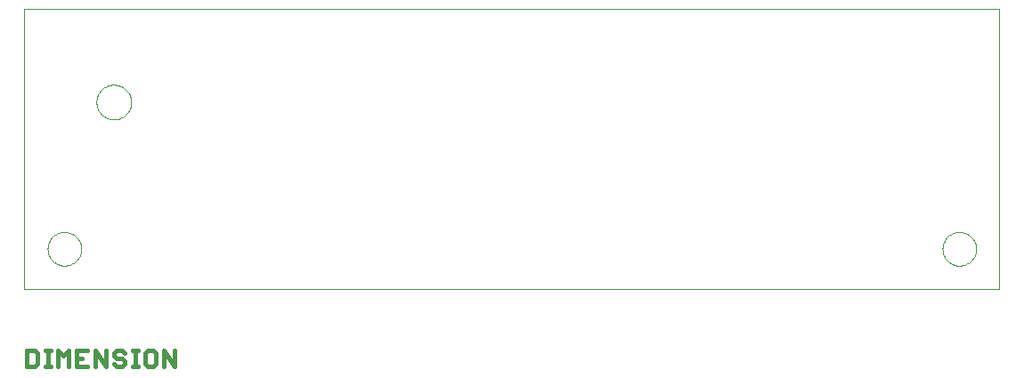
<source format=gbr>
G75*
G70*
%OFA0B0*%
%FSLAX24Y24*%
%IPPOS*%
%LPD*%
%AMOC8*
5,1,8,0,0,1.08239X$1,22.5*
%
%ADD10C,0.0000*%
%ADD11C,0.0160*%
D10*
X002872Y004364D02*
X002872Y014864D01*
X039372Y014864D01*
X039372Y004364D01*
X002872Y004364D01*
X003742Y005864D02*
X003744Y005914D01*
X003750Y005964D01*
X003760Y006013D01*
X003774Y006061D01*
X003791Y006108D01*
X003812Y006153D01*
X003837Y006197D01*
X003865Y006238D01*
X003897Y006277D01*
X003931Y006314D01*
X003968Y006348D01*
X004008Y006378D01*
X004050Y006405D01*
X004094Y006429D01*
X004140Y006450D01*
X004187Y006466D01*
X004235Y006479D01*
X004285Y006488D01*
X004334Y006493D01*
X004385Y006494D01*
X004435Y006491D01*
X004484Y006484D01*
X004533Y006473D01*
X004581Y006458D01*
X004627Y006440D01*
X004672Y006418D01*
X004715Y006392D01*
X004756Y006363D01*
X004795Y006331D01*
X004831Y006296D01*
X004863Y006258D01*
X004893Y006218D01*
X004920Y006175D01*
X004943Y006131D01*
X004962Y006085D01*
X004978Y006037D01*
X004990Y005988D01*
X004998Y005939D01*
X005002Y005889D01*
X005002Y005839D01*
X004998Y005789D01*
X004990Y005740D01*
X004978Y005691D01*
X004962Y005643D01*
X004943Y005597D01*
X004920Y005553D01*
X004893Y005510D01*
X004863Y005470D01*
X004831Y005432D01*
X004795Y005397D01*
X004756Y005365D01*
X004715Y005336D01*
X004672Y005310D01*
X004627Y005288D01*
X004581Y005270D01*
X004533Y005255D01*
X004484Y005244D01*
X004435Y005237D01*
X004385Y005234D01*
X004334Y005235D01*
X004285Y005240D01*
X004235Y005249D01*
X004187Y005262D01*
X004140Y005278D01*
X004094Y005299D01*
X004050Y005323D01*
X004008Y005350D01*
X003968Y005380D01*
X003931Y005414D01*
X003897Y005451D01*
X003865Y005490D01*
X003837Y005531D01*
X003812Y005575D01*
X003791Y005620D01*
X003774Y005667D01*
X003760Y005715D01*
X003750Y005764D01*
X003744Y005814D01*
X003742Y005864D01*
X005572Y011364D02*
X005574Y011414D01*
X005580Y011464D01*
X005590Y011514D01*
X005603Y011562D01*
X005620Y011610D01*
X005641Y011656D01*
X005665Y011700D01*
X005693Y011742D01*
X005724Y011782D01*
X005758Y011819D01*
X005795Y011854D01*
X005834Y011885D01*
X005875Y011914D01*
X005919Y011939D01*
X005965Y011961D01*
X006012Y011979D01*
X006060Y011993D01*
X006109Y012004D01*
X006159Y012011D01*
X006209Y012014D01*
X006260Y012013D01*
X006310Y012008D01*
X006360Y011999D01*
X006408Y011987D01*
X006456Y011970D01*
X006502Y011950D01*
X006547Y011927D01*
X006590Y011900D01*
X006630Y011870D01*
X006668Y011837D01*
X006703Y011801D01*
X006736Y011762D01*
X006765Y011721D01*
X006791Y011678D01*
X006814Y011633D01*
X006833Y011586D01*
X006848Y011538D01*
X006860Y011489D01*
X006868Y011439D01*
X006872Y011389D01*
X006872Y011339D01*
X006868Y011289D01*
X006860Y011239D01*
X006848Y011190D01*
X006833Y011142D01*
X006814Y011095D01*
X006791Y011050D01*
X006765Y011007D01*
X006736Y010966D01*
X006703Y010927D01*
X006668Y010891D01*
X006630Y010858D01*
X006590Y010828D01*
X006547Y010801D01*
X006502Y010778D01*
X006456Y010758D01*
X006408Y010741D01*
X006360Y010729D01*
X006310Y010720D01*
X006260Y010715D01*
X006209Y010714D01*
X006159Y010717D01*
X006109Y010724D01*
X006060Y010735D01*
X006012Y010749D01*
X005965Y010767D01*
X005919Y010789D01*
X005875Y010814D01*
X005834Y010843D01*
X005795Y010874D01*
X005758Y010909D01*
X005724Y010946D01*
X005693Y010986D01*
X005665Y011028D01*
X005641Y011072D01*
X005620Y011118D01*
X005603Y011166D01*
X005590Y011214D01*
X005580Y011264D01*
X005574Y011314D01*
X005572Y011364D01*
X037242Y005864D02*
X037244Y005914D01*
X037250Y005964D01*
X037260Y006013D01*
X037274Y006061D01*
X037291Y006108D01*
X037312Y006153D01*
X037337Y006197D01*
X037365Y006238D01*
X037397Y006277D01*
X037431Y006314D01*
X037468Y006348D01*
X037508Y006378D01*
X037550Y006405D01*
X037594Y006429D01*
X037640Y006450D01*
X037687Y006466D01*
X037735Y006479D01*
X037785Y006488D01*
X037834Y006493D01*
X037885Y006494D01*
X037935Y006491D01*
X037984Y006484D01*
X038033Y006473D01*
X038081Y006458D01*
X038127Y006440D01*
X038172Y006418D01*
X038215Y006392D01*
X038256Y006363D01*
X038295Y006331D01*
X038331Y006296D01*
X038363Y006258D01*
X038393Y006218D01*
X038420Y006175D01*
X038443Y006131D01*
X038462Y006085D01*
X038478Y006037D01*
X038490Y005988D01*
X038498Y005939D01*
X038502Y005889D01*
X038502Y005839D01*
X038498Y005789D01*
X038490Y005740D01*
X038478Y005691D01*
X038462Y005643D01*
X038443Y005597D01*
X038420Y005553D01*
X038393Y005510D01*
X038363Y005470D01*
X038331Y005432D01*
X038295Y005397D01*
X038256Y005365D01*
X038215Y005336D01*
X038172Y005310D01*
X038127Y005288D01*
X038081Y005270D01*
X038033Y005255D01*
X037984Y005244D01*
X037935Y005237D01*
X037885Y005234D01*
X037834Y005235D01*
X037785Y005240D01*
X037735Y005249D01*
X037687Y005262D01*
X037640Y005278D01*
X037594Y005299D01*
X037550Y005323D01*
X037508Y005350D01*
X037468Y005380D01*
X037431Y005414D01*
X037397Y005451D01*
X037365Y005490D01*
X037337Y005531D01*
X037312Y005575D01*
X037291Y005620D01*
X037274Y005667D01*
X037260Y005715D01*
X037250Y005764D01*
X037244Y005814D01*
X037242Y005864D01*
D11*
X003253Y001444D02*
X002952Y001444D01*
X002952Y002045D01*
X003253Y002045D01*
X003353Y001944D01*
X003353Y001544D01*
X003253Y001444D01*
X003652Y001444D02*
X003852Y001444D01*
X003752Y001444D02*
X003752Y002045D01*
X003652Y002045D02*
X003852Y002045D01*
X004119Y002045D02*
X004319Y001844D01*
X004519Y002045D01*
X004519Y001444D01*
X004818Y001444D02*
X005219Y001444D01*
X005518Y001444D02*
X005518Y002045D01*
X005919Y001444D01*
X005919Y002045D01*
X006218Y001944D02*
X006218Y001844D01*
X006318Y001744D01*
X006518Y001744D01*
X006618Y001644D01*
X006618Y001544D01*
X006518Y001444D01*
X006318Y001444D01*
X006218Y001544D01*
X006218Y001944D02*
X006318Y002045D01*
X006518Y002045D01*
X006618Y001944D01*
X006918Y002045D02*
X007118Y002045D01*
X007018Y002045D02*
X007018Y001444D01*
X006918Y001444D02*
X007118Y001444D01*
X007384Y001544D02*
X007484Y001444D01*
X007684Y001444D01*
X007785Y001544D01*
X007785Y001944D01*
X007684Y002045D01*
X007484Y002045D01*
X007384Y001944D01*
X007384Y001544D01*
X008084Y001444D02*
X008084Y002045D01*
X008484Y001444D01*
X008484Y002045D01*
X005219Y002045D02*
X004818Y002045D01*
X004818Y001444D01*
X004818Y001744D02*
X005019Y001744D01*
X004119Y001444D02*
X004119Y002045D01*
M02*

</source>
